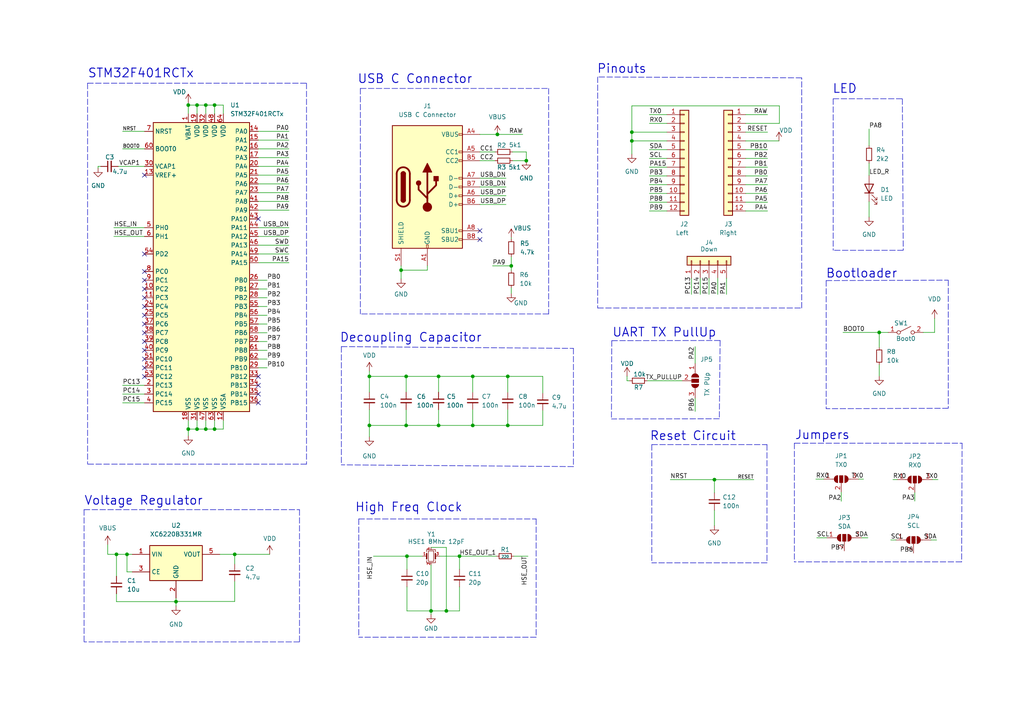
<source format=kicad_sch>
(kicad_sch (version 20211123) (generator eeschema)
  (paper "A4")
  (title_block (title "STeMCell") (date "2022-02-12") (rev "1.0.0"))
  (lib_symbols
    (symbol "Connector:USB_C_Receptacle_USB2.0" (pin_names (offset 1.016))
      (property "Reference" "J" (at -10.16 19.05 0))
      (property "Value" "USB_C_Receptacle_USB2.0" (at 19.05 19.05 0))
      (symbol "USB_C_Receptacle_USB2.0_0_0"
        (rectangle (start -0.254 -17.78) (end 0.254 -16.764))
        (rectangle (start 10.16 -14.986) (end 9.144 -15.494))
        (rectangle (start 10.16 -12.446) (end 9.144 -12.954))
        (rectangle (start 10.16 -4.826) (end 9.144 -5.334))
        (rectangle (start 10.16 -2.286) (end 9.144 -2.794))
        (rectangle (start 10.16 0.254) (end 9.144 -0.254))
        (rectangle (start 10.16 2.794) (end 9.144 2.286))
        (rectangle (start 10.16 7.874) (end 9.144 7.366))
        (rectangle (start 10.16 10.414) (end 9.144 9.906))
        (rectangle (start 10.16 15.494) (end 9.144 14.986))
      )
      (symbol "USB_C_Receptacle_USB2.0_0_1"
        (rectangle (start -10.16 17.78) (end 10.16 -17.78) (stroke (width 0.254)) (fill (type background)))
        (arc (start -8.89 -3.81) (mid -6.985 -5.715) (end -5.08 -3.81) (stroke (width 0.508)))
        (arc (start -7.62 -3.81) (mid -6.985 -4.445) (end -6.35 -3.81) (stroke (width 0.254)))
        (arc (start -7.62 -3.81) (mid -6.985 -4.445) (end -6.35 -3.81) (stroke (width 0.254)) (fill (type outline)))
        (rectangle (start -7.62 -3.81) (end -6.35 3.81) (stroke (width 0.254)) (fill (type outline)))
        (arc (start -6.35 3.81) (mid -6.985 4.445) (end -7.62 3.81) (stroke (width 0.254)))
        (arc (start -6.35 3.81) (mid -6.985 4.445) (end -7.62 3.81) (stroke (width 0.254)) (fill (type outline)))
        (arc (start -5.08 3.81) (mid -6.985 5.715) (end -8.89 3.81) (stroke (width 0.508)))
        (circle (center -2.54 1.143) (radius 0.635) (stroke (width 0.254)) (fill (type outline)))
        (circle (center 0 -5.842) (radius 1.27) (fill (type outline)))
        (polyline (pts (xy -8.89 -3.81) (xy -8.89 3.81)) (stroke (width 0.508)))
        (polyline (pts (xy -5.08 3.81) (xy -5.08 -3.81)) (stroke (width 0.508)))
        (polyline (pts (xy 0 -5.842) (xy 0 4.318)) (stroke (width 0.508)))
        (polyline (pts (xy 0 -3.302) (xy -2.54 -0.762) (xy -2.54 0.508)) (stroke (width 0.508)))
        (polyline (pts (xy 0 -2.032) (xy 2.54 0.508) (xy 2.54 1.778)) (stroke (width 0.508)))
        (polyline (pts (xy -1.27 4.318) (xy 0 6.858) (xy 1.27 4.318) (xy -1.27 4.318)) (stroke (width 0.254)) (fill (type outline)))
        (rectangle (start 1.905 1.778) (end 3.175 3.048) (stroke (width 0.254)) (fill (type outline)))
      )
      (symbol "USB_C_Receptacle_USB2.0_1_1"
        (pin passive line (at 0 -22.86 90) (length 5.08) (name "GND") (number "A1"))
        (pin passive line (at 0 -22.86 90) (length 5.08) hide (name "GND") (number "A12"))
        (pin passive line (at 15.24 15.24 180) (length 5.08) (name "VBUS") (number "A4"))
        (pin bidirectional line (at 15.24 10.16 180) (length 5.08) (name "CC1") (number "A5"))
        (pin bidirectional line (at 15.24 -2.54 180) (length 5.08) (name "D+") (number "A6"))
        (pin bidirectional line (at 15.24 2.54 180) (length 5.08) (name "D-") (number "A7"))
        (pin bidirectional line (at 15.24 -12.7 180) (length 5.08) (name "SBU1") (number "A8"))
        (pin passive line (at 15.24 15.24 180) (length 5.08) hide (name "VBUS") (number "A9"))
        (pin passive line (at 0 -22.86 90) (length 5.08) hide (name "GND") (number "B1"))
        (pin passive line (at 0 -22.86 90) (length 5.08) hide (name "GND") (number "B12"))
        (pin passive line (at 15.24 15.24 180) (length 5.08) hide (name "VBUS") (number "B4"))
        (pin bidirectional line (at 15.24 7.62 180) (length 5.08) (name "CC2") (number "B5"))
        (pin bidirectional line (at 15.24 -5.08 180) (length 5.08) (name "D+") (number "B6"))
        (pin bidirectional line (at 15.24 0 180) (length 5.08) (name "D-") (number "B7"))
        (pin bidirectional line (at 15.24 -15.24 180) (length 5.08) (name "SBU2") (number "B8"))
        (pin passive line (at 15.24 15.24 180) (length 5.08) hide (name "VBUS") (number "B9"))
        (pin passive line (at -7.62 -22.86 90) (length 5.08) (name "SHIELD") (number "S1"))
      )
    )
    (symbol "Connector_Generic:Conn_01x05" (pin_names (offset 1.016) hide)
      (property "Reference" "J" (at 0 7.62 0))
      (property "Value" "Conn_01x05" (at 0 -7.62 0))
      (symbol "Conn_01x05_1_1"
        (rectangle (start -1.27 -4.953) (end 0 -5.207) (stroke (width 0.1524)))
        (rectangle (start -1.27 -2.413) (end 0 -2.667) (stroke (width 0.1524)))
        (rectangle (start -1.27 0.127) (end 0 -0.127) (stroke (width 0.1524)))
        (rectangle (start -1.27 2.667) (end 0 2.413) (stroke (width 0.1524)))
        (rectangle (start -1.27 5.207) (end 0 4.953) (stroke (width 0.1524)))
        (rectangle (start -1.27 6.35) (end 1.27 -6.35) (stroke (width 0.254)) (fill (type background)))
        (pin passive line (at -5.08 5.08 0) (length 3.81) (name "Pin_1") (number "1"))
        (pin passive line (at -5.08 2.54 0) (length 3.81) (name "Pin_2") (number "2"))
        (pin passive line (at -5.08 0 0) (length 3.81) (name "Pin_3") (number "3"))
        (pin passive line (at -5.08 -2.54 0) (length 3.81) (name "Pin_4") (number "4"))
        (pin passive line (at -5.08 -5.08 0) (length 3.81) (name "Pin_5") (number "5"))
      )
    )
    (symbol "Connector_Generic:Conn_01x12" (pin_names (offset 1.016) hide)
      (property "Reference" "J" (at 0 15.24 0))
      (property "Value" "Conn_01x12" (at 0 -17.78 0))
      (symbol "Conn_01x12_1_1"
        (rectangle (start -1.27 -15.113) (end 0 -15.367) (stroke (width 0.1524)))
        (rectangle (start -1.27 -12.573) (end 0 -12.827) (stroke (width 0.1524)))
        (rectangle (start -1.27 -10.033) (end 0 -10.287) (stroke (width 0.1524)))
        (rectangle (start -1.27 -7.493) (end 0 -7.747) (stroke (width 0.1524)))
        (rectangle (start -1.27 -4.953) (end 0 -5.207) (stroke (width 0.1524)))
        (rectangle (start -1.27 -2.413) (end 0 -2.667) (stroke (width 0.1524)))
        (rectangle (start -1.27 0.127) (end 0 -0.127) (stroke (width 0.1524)))
        (rectangle (start -1.27 2.667) (end 0 2.413) (stroke (width 0.1524)))
        (rectangle (start -1.27 5.207) (end 0 4.953) (stroke (width 0.1524)))
        (rectangle (start -1.27 7.747) (end 0 7.493) (stroke (width 0.1524)))
        (rectangle (start -1.27 10.287) (end 0 10.033) (stroke (width 0.1524)))
        (rectangle (start -1.27 12.827) (end 0 12.573) (stroke (width 0.1524)))
        (rectangle (start -1.27 13.97) (end 1.27 -16.51) (stroke (width 0.254)) (fill (type background)))
        (pin passive line (at -5.08 12.7 0) (length 3.81) (name "Pin_1") (number "1"))
        (pin passive line (at -5.08 -10.16 0) (length 3.81) (name "Pin_10") (number "10"))
        (pin passive line (at -5.08 -12.7 0) (length 3.81) (name "Pin_11") (number "11"))
        (pin passive line (at -5.08 -15.24 0) (length 3.81) (name "Pin_12") (number "12"))
        (pin passive line (at -5.08 10.16 0) (length 3.81) (name "Pin_2") (number "2"))
        (pin passive line (at -5.08 7.62 0) (length 3.81) (name "Pin_3") (number "3"))
        (pin passive line (at -5.08 5.08 0) (length 3.81) (name "Pin_4") (number "4"))
        (pin passive line (at -5.08 2.54 0) (length 3.81) (name "Pin_5") (number "5"))
        (pin passive line (at -5.08 0 0) (length 3.81) (name "Pin_6") (number "6"))
        (pin passive line (at -5.08 -2.54 0) (length 3.81) (name "Pin_7") (number "7"))
        (pin passive line (at -5.08 -5.08 0) (length 3.81) (name "Pin_8") (number "8"))
        (pin passive line (at -5.08 -7.62 0) (length 3.81) (name "Pin_9") (number "9"))
      )
    )
    (symbol "Device:C_Small" (pin_numbers hide) (pin_names (offset 0.254) hide)
      (property "Reference" "C" (at 0.254 1.778 0))
      (property "Value" "C_Small" (at 0.254 -2.032 0))
      (symbol "C_Small_0_1"
        (polyline (pts (xy -1.524 -0.508) (xy 1.524 -0.508)) (stroke (width 0.3302)))
        (polyline (pts (xy -1.524 0.508) (xy 1.524 0.508)) (stroke (width 0.3048)))
      )
      (symbol "C_Small_1_1"
        (pin passive line (at 0 2.54 270) (length 2.032) (name "~") (number "1"))
        (pin passive line (at 0 -2.54 90) (length 2.032) (name "~") (number "2"))
      )
    )
    (symbol "Device:Crystal_GND24_Small" (pin_names (offset 1.016) hide)
      (property "Reference" "Y" (at 1.27 4.445 0))
      (property "Value" "Crystal_GND24_Small" (at 1.27 2.54 0))
      (symbol "Crystal_GND24_Small_0_1"
        (rectangle (start -0.762 -1.524) (end 0.762 1.524))
        (polyline (pts (xy -1.27 -0.762) (xy -1.27 0.762)) (stroke (width 0.381)))
        (polyline (pts (xy 1.27 -0.762) (xy 1.27 0.762)) (stroke (width 0.381)))
        (polyline (pts (xy -1.27 -1.27) (xy -1.27 -1.905) (xy 1.27 -1.905) (xy 1.27 -1.27)))
        (polyline (pts (xy -1.27 1.27) (xy -1.27 1.905) (xy 1.27 1.905) (xy 1.27 1.27)))
      )
      (symbol "Crystal_GND24_Small_1_1"
        (pin passive line (at -2.54 0 0) (length 1.27) (name "1") (number "1"))
        (pin passive line (at 0 -2.54 90) (length 0.635) (name "2") (number "2"))
        (pin passive line (at 2.54 0 180) (length 1.27) (name "3") (number "3"))
        (pin passive line (at 0 2.54 270) (length 0.635) (name "4") (number "4"))
      )
    )
    (symbol "Device:LED" (pin_numbers hide) (pin_names (offset 1.016) hide)
      (property "Reference" "D" (at 0 2.54 0))
      (property "Value" "LED" (at 0 -2.54 0))
      (symbol "LED_0_1"
        (polyline (pts (xy -1.27 -1.27) (xy -1.27 1.27)) (stroke (width 0.254)))
        (polyline (pts (xy -1.27 0) (xy 1.27 0)))
        (polyline (pts (xy 1.27 -1.27) (xy 1.27 1.27) (xy -1.27 0) (xy 1.27 -1.27)) (stroke (width 0.254)))
        (polyline (pts (xy -3.048 -0.762) (xy -4.572 -2.286) (xy -3.81 -2.286) (xy -4.572 -2.286) (xy -4.572 -1.524)))
        (polyline (pts (xy -1.778 -0.762) (xy -3.302 -2.286) (xy -2.54 -2.286) (xy -3.302 -2.286) (xy -3.302 -1.524)))
      )
      (symbol "LED_1_1"
        (pin passive line (at -3.81 0 0) (length 2.54) (name "K") (number "1"))
        (pin passive line (at 3.81 0 180) (length 2.54) (name "A") (number "2"))
      )
    )
    (symbol "Device:R_Small" (pin_numbers hide) (pin_names (offset 0.254) hide)
      (property "Reference" "R" (at 0.762 0.508 0))
      (property "Value" "R_Small" (at 0.762 -1.016 0))
      (symbol "R_Small_0_1"
        (rectangle (start -0.762 1.778) (end 0.762 -1.778) (stroke (width 0.2032)))
      )
      (symbol "R_Small_1_1"
        (pin passive line (at 0 2.54 270) (length 0.762) (name "~") (number "1"))
        (pin passive line (at 0 -2.54 90) (length 0.762) (name "~") (number "2"))
      )
    )
    (symbol "Jumper:SolderJumper_3_Open" (pin_names (offset 0) hide)
      (property "Reference" "JP" (at -2.54 -2.54 0))
      (property "Value" "SolderJumper_3_Open" (at 0 2.794 0))
      (symbol "SolderJumper_3_Open_0_1"
        (arc (start -1.016 1.016) (mid -2.032 0) (end -1.016 -1.016))
        (arc (start -1.016 1.016) (mid -2.032 0) (end -1.016 -1.016) (fill (type outline)))
        (rectangle (start -0.508 1.016) (end 0.508 -1.016) (fill (type outline)))
        (polyline (pts (xy -2.54 0) (xy -2.032 0)))
        (polyline (pts (xy -1.016 1.016) (xy -1.016 -1.016)))
        (polyline (pts (xy 0 -1.27) (xy 0 -1.016)))
        (polyline (pts (xy 1.016 1.016) (xy 1.016 -1.016)))
        (polyline (pts (xy 2.54 0) (xy 2.032 0)))
        (arc (start 1.016 -1.016) (mid 2.032 0) (end 1.016 1.016))
        (arc (start 1.016 -1.016) (mid 2.032 0) (end 1.016 1.016) (fill (type outline)))
      )
      (symbol "SolderJumper_3_Open_1_1"
        (pin passive line (at -5.08 0 0) (length 2.54) (name "A") (number "1"))
        (pin input line (at 0 -3.81 90) (length 2.54) (name "C") (number "2"))
        (pin passive line (at 5.08 0 180) (length 2.54) (name "B") (number "3"))
      )
    )
    (symbol "MCU_ST_STM32F4:STM32F401RCTx"
      (property "Reference" "U" (at -15.24 41.91 0))
      (property "Value" "STM32F401RCTx" (at 7.62 41.91 0))
      (symbol "STM32F401RCTx_0_1"
        (rectangle (start -15.24 -43.18) (end 12.7 40.64) (stroke (width 0.254)) (fill (type background)))
      )
      (symbol "STM32F401RCTx_1_1"
        (pin power_in line (at -5.08 43.18 270) (length 2.54) (name "VBAT") (number "1"))
        (pin bidirectional line (at -17.78 -7.62 0) (length 2.54) (name "PC2") (number "10"))
        (pin bidirectional line (at -17.78 -10.16 0) (length 2.54) (name "PC3") (number "11"))
        (pin power_in line (at 5.08 -45.72 90) (length 2.54) (name "VSSA") (number "12"))
        (pin power_in line (at -17.78 25.4 0) (length 2.54) (name "VREF+") (number "13"))
        (pin bidirectional line (at 15.24 38.1 180) (length 2.54) (name "PA0") (number "14"))
        (pin bidirectional line (at 15.24 35.56 180) (length 2.54) (name "PA1") (number "15"))
        (pin bidirectional line (at 15.24 33.02 180) (length 2.54) (name "PA2") (number "16"))
        (pin bidirectional line (at 15.24 30.48 180) (length 2.54) (name "PA3") (number "17"))
        (pin power_in line (at -5.08 -45.72 90) (length 2.54) (name "VSS") (number "18"))
        (pin power_in line (at -2.54 43.18 270) (length 2.54) (name "VDD") (number "19"))
        (pin bidirectional line (at -17.78 -35.56 0) (length 2.54) (name "PC13") (number "2"))
        (pin bidirectional line (at 15.24 27.94 180) (length 2.54) (name "PA4") (number "20"))
        (pin bidirectional line (at 15.24 25.4 180) (length 2.54) (name "PA5") (number "21"))
        (pin bidirectional line (at 15.24 22.86 180) (length 2.54) (name "PA6") (number "22"))
        (pin bidirectional line (at 15.24 20.32 180) (length 2.54) (name "PA7") (number "23"))
        (pin bidirectional line (at -17.78 -12.7 0) (length 2.54) (name "PC4") (number "24"))
        (pin bidirectional line (at -17.78 -15.24 0) (length 2.54) (name "PC5") (number "25"))
        (pin bidirectional line (at 15.24 -5.08 180) (length 2.54) (name "PB0") (number "26"))
        (pin bidirectional line (at 15.24 -7.62 180) (length 2.54) (name "PB1") (number "27"))
        (pin bidirectional line (at 15.24 -10.16 180) (length 2.54) (name "PB2") (number "28"))
        (pin bidirectional line (at 15.24 -30.48 180) (length 2.54) (name "PB10") (number "29"))
        (pin bidirectional line (at -17.78 -38.1 0) (length 2.54) (name "PC14") (number "3"))
        (pin power_in line (at -17.78 27.94 0) (length 2.54) (name "VCAP1") (number "30"))
        (pin power_in line (at -2.54 -45.72 90) (length 2.54) (name "VSS") (number "31"))
        (pin power_in line (at 0 43.18 270) (length 2.54) (name "VDD") (number "32"))
        (pin bidirectional line (at 15.24 -33.02 180) (length 2.54) (name "PB12") (number "33"))
        (pin bidirectional line (at 15.24 -35.56 180) (length 2.54) (name "PB13") (number "34"))
        (pin bidirectional line (at 15.24 -38.1 180) (length 2.54) (name "PB14") (number "35"))
        (pin bidirectional line (at 15.24 -40.64 180) (length 2.54) (name "PB15") (number "36"))
        (pin bidirectional line (at -17.78 -17.78 0) (length 2.54) (name "PC6") (number "37"))
        (pin bidirectional line (at -17.78 -20.32 0) (length 2.54) (name "PC7") (number "38"))
        (pin bidirectional line (at -17.78 -22.86 0) (length 2.54) (name "PC8") (number "39"))
        (pin bidirectional line (at -17.78 -40.64 0) (length 2.54) (name "PC15") (number "4"))
        (pin bidirectional line (at -17.78 -25.4 0) (length 2.54) (name "PC9") (number "40"))
        (pin bidirectional line (at 15.24 17.78 180) (length 2.54) (name "PA8") (number "41"))
        (pin bidirectional line (at 15.24 15.24 180) (length 2.54) (name "PA9") (number "42"))
        (pin bidirectional line (at 15.24 12.7 180) (length 2.54) (name "PA10") (number "43"))
        (pin bidirectional line (at 15.24 10.16 180) (length 2.54) (name "PA11") (number "44"))
        (pin bidirectional line (at 15.24 7.62 180) (length 2.54) (name "PA12") (number "45"))
        (pin bidirectional line (at 15.24 5.08 180) (length 2.54) (name "PA13") (number "46"))
        (pin power_in line (at 0 -45.72 90) (length 2.54) (name "VSS") (number "47"))
        (pin power_in line (at 2.54 43.18 270) (length 2.54) (name "VDD") (number "48"))
        (pin bidirectional line (at 15.24 2.54 180) (length 2.54) (name "PA14") (number "49"))
        (pin input line (at -17.78 10.16 0) (length 2.54) (name "PH0") (number "5"))
        (pin bidirectional line (at 15.24 0 180) (length 2.54) (name "PA15") (number "50"))
        (pin bidirectional line (at -17.78 -27.94 0) (length 2.54) (name "PC10") (number "51"))
        (pin bidirectional line (at -17.78 -30.48 0) (length 2.54) (name "PC11") (number "52"))
        (pin bidirectional line (at -17.78 -33.02 0) (length 2.54) (name "PC12") (number "53"))
        (pin bidirectional line (at -17.78 2.54 0) (length 2.54) (name "PD2") (number "54"))
        (pin bidirectional line (at 15.24 -12.7 180) (length 2.54) (name "PB3") (number "55"))
        (pin bidirectional line (at 15.24 -15.24 180) (length 2.54) (name "PB4") (number "56"))
        (pin bidirectional line (at 15.24 -17.78 180) (length 2.54) (name "PB5") (number "57"))
        (pin bidirectional line (at 15.24 -20.32 180) (length 2.54) (name "PB6") (number "58"))
        (pin bidirectional line (at 15.24 -22.86 180) (length 2.54) (name "PB7") (number "59"))
        (pin input line (at -17.78 7.62 0) (length 2.54) (name "PH1") (number "6"))
        (pin input line (at -17.78 33.02 0) (length 2.54) (name "BOOT0") (number "60"))
        (pin bidirectional line (at 15.24 -25.4 180) (length 2.54) (name "PB8") (number "61"))
        (pin bidirectional line (at 15.24 -27.94 180) (length 2.54) (name "PB9") (number "62"))
        (pin power_in line (at 2.54 -45.72 90) (length 2.54) (name "VSS") (number "63"))
        (pin power_in line (at 5.08 43.18 270) (length 2.54) (name "VDD") (number "64"))
        (pin input line (at -17.78 38.1 0) (length 2.54) (name "NRST") (number "7"))
        (pin bidirectional line (at -17.78 -2.54 0) (length 2.54) (name "PC0") (number "8"))
        (pin bidirectional line (at -17.78 -5.08 0) (length 2.54) (name "PC1") (number "9"))
      )
    )
    (symbol "Regulator_Linear:XC6220B331MR"
      (property "Reference" "U" (at 0 8.89 0))
      (property "Value" "XC6220B331MR" (at 0 6.35 0))
      (symbol "XC6220B331MR_0_1"
        (rectangle (start -7.62 5.08) (end 7.62 -5.08) (stroke (width 0.254)) (fill (type background)))
      )
      (symbol "XC6220B331MR_1_1"
        (pin power_in line (at -12.7 2.54 0) (length 5.08) (name "VIN") (number "1"))
        (pin power_in line (at 0 -10.16 90) (length 5.08) (name "GND") (number "2"))
        (pin input line (at -12.7 -2.54 0) (length 5.08) (name "CE") (number "3"))
        (pin no_connect line (at 12.7 -2.54 180) (length 5.08) hide (name "NC") (number "4"))
        (pin power_out line (at 12.7 2.54 180) (length 5.08) (name "VOUT") (number "5"))
      )
    )
    (symbol "Switch:SW_SPST" (pin_names (offset 0) hide)
      (property "Reference" "SW" (at 0 3.175 0))
      (property "Value" "SW_SPST" (at 0 -2.54 0))
      (symbol "SW_SPST_0_0"
        (circle (center -2.032 0) (radius 0.508))
        (polyline (pts (xy -1.524 0.254) (xy 1.524 1.778)))
        (circle (center 2.032 0) (radius 0.508))
      )
      (symbol "SW_SPST_1_1"
        (pin passive line (at -5.08 0 0) (length 2.54) (name "A") (number "1"))
        (pin passive line (at 5.08 0 180) (length 2.54) (name "B") (number "2"))
      )
    )
    (symbol "power:GND" (power) (pin_names (offset 0))
      (property "Value" "GND" (at 0 -3.81 0))
      (symbol "GND_0_1"
        (polyline (pts (xy 0 0) (xy 0 -1.27) (xy 1.27 -1.27) (xy 0 -2.54) (xy -1.27 -1.27) (xy 0 -1.27)))
      )
      (symbol "GND_1_1"
        (pin power_in line (at 0 0 270) (length 0) hide (name "GND") (number "1"))
      )
    )
    (symbol "power:VBUS" (power) (pin_names (offset 0))
      (property "Value" "VBUS" (at 0 3.81 0))
      (symbol "VBUS_0_1"
        (polyline (pts (xy -0.762 1.27) (xy 0 2.54)))
        (polyline (pts (xy 0 0) (xy 0 2.54)))
        (polyline (pts (xy 0 2.54) (xy 0.762 1.27)))
      )
      (symbol "VBUS_1_1"
        (pin power_in line (at 0 0 90) (length 0) hide (name "VBUS") (number "1"))
      )
    )
    (symbol "power:VDD" (power) (pin_names (offset 0))
      (property "Value" "VDD" (at 0 3.81 0))
      (symbol "VDD_0_1"
        (polyline (pts (xy -0.762 1.27) (xy 0 2.54)))
        (polyline (pts (xy 0 0) (xy 0 2.54)))
        (polyline (pts (xy 0 2.54) (xy 0.762 1.27)))
      )
      (symbol "VDD_1_1"
        (pin power_in line (at 0 0 90) (length 0) hide (name "VDD") (number "1"))
      )
    )
  )
  (junction (at 68.072 160.782))
  (junction (at 127.2032 123.3932))
  (junction (at 125.0188 177.1904))
  (junction (at 54.61 30.48))
  (junction (at 255.016 96.4184))
  (junction (at 62.23 30.48))
  (junction (at 148.2852 77.1144))
  (junction (at 116.332 78.359))
  (junction (at 129.4638 177.1904))
  (junction (at 59.69 30.48))
  (junction (at 137.1092 123.3932))
  (junction (at 117.8052 109.1692))
  (junction (at 137.1092 109.1692))
  (junction (at 144.272 38.989))
  (junction (at 117.8052 123.3932))
  (junction (at 54.61 124.46))
  (junction (at 51.054 174.498))
  (junction (at 183.261 40.8686))
  (junction (at 207.2132 139.1158))
  (junction (at 152.654 46.609))
  (junction (at 107.1372 123.3932))
  (junction (at 183.261 38.3286))
  (junction (at 59.69 124.46))
  (junction (at 57.15 30.48))
  (junction (at 133.2738 161.3154))
  (junction (at 147.2692 123.3932))
  (junction (at 62.23 124.46))
  (junction (at 57.15 124.46))
  (junction (at 147.2692 109.1692))
  (junction (at 36.83 160.782))
  (junction (at 118.0338 161.3154))
  (junction (at 33.782 160.782))
  (junction (at 107.1372 109.1692))
  (junction (at 127.2032 109.1692))
  (no_connect (at 74.93 63.5))
  (no_connect (at 41.91 86.36))
  (no_connect (at 41.91 88.9))
  (no_connect (at 41.91 91.44))
  (no_connect (at 41.91 73.66))
  (no_connect (at 41.91 83.82))
  (no_connect (at 41.91 81.28))
  (no_connect (at 41.91 78.74))
  (no_connect (at 139.192 66.929))
  (no_connect (at 139.192 69.469))
  (no_connect (at 41.91 50.8))
  (no_connect (at 74.93 109.22))
  (no_connect (at 74.93 116.84))
  (no_connect (at 74.93 111.76))
  (no_connect (at 74.93 114.3))
  (no_connect (at 41.91 109.22))
  (no_connect (at 41.91 96.52))
  (no_connect (at 41.91 93.98))
  (no_connect (at 41.91 99.06))
  (no_connect (at 41.91 104.14))
  (no_connect (at 41.91 101.6))
  (no_connect (at 41.91 106.68))
  (wire (pts (xy 226.06 30.7086) (xy 183.261 30.7086)))
  (polyline (pts (xy 155.4988 184.8104) (xy 104.0638 184.8104)))
  (wire (pts (xy 236.6264 138.9634) (xy 238.9124 138.9634)))
  (wire (pts (xy 252.0696 47.3202) (xy 252.0696 50.8762)))
  (wire (pts (xy 250.4694 138.9634) (xy 249.0724 138.9634)))
  (wire (pts (xy 74.93 96.52) (xy 77.47 96.52)))
  (wire (pts (xy 64.77 30.48) (xy 64.77 33.02)))
  (wire (pts (xy 137.1092 118.8212) (xy 137.1092 123.3932)))
  (polyline (pts (xy 88.9 24.13) (xy 88.9 134.62)))
  (wire (pts (xy 74.93 60.96) (xy 83.82 60.96)))
  (wire (pts (xy 183.261 40.8686) (xy 193.421 40.8686)))
  (wire (pts (xy 216.281 40.8686) (xy 225.933 40.8686)))
  (wire (pts (xy 271.6784 156.6164) (xy 270.0274 156.6164)))
  (wire (pts (xy 74.93 66.04) (xy 83.82 66.04)))
  (wire (pts (xy 117.8052 109.1692) (xy 127.2032 109.1692)))
  (wire (pts (xy 116.332 77.089) (xy 116.332 78.359)))
  (wire (pts (xy 33.782 160.782) (xy 36.83 160.782)))
  (wire (pts (xy 181.864 110.4392) (xy 182.626 110.4392)))
  (wire (pts (xy 68.072 160.782) (xy 68.072 163.576)))
  (wire (pts (xy 157.4292 119.0752) (xy 157.4292 123.3932)))
  (polyline (pts (xy 88.9 134.62) (xy 25.4 134.62)))
  (wire (pts (xy 74.93 99.06) (xy 77.47 99.06)))
  (wire (pts (xy 35.56 116.84) (xy 41.91 116.84)))
  (wire (pts (xy 216.281 35.7886) (xy 226.06 35.7886)))
  (wire (pts (xy 147.2692 118.8212) (xy 147.2692 123.3932)))
  (wire (pts (xy 137.1092 123.3932) (xy 127.2032 123.3932)))
  (wire (pts (xy 216.281 45.9486) (xy 222.631 45.9486)))
  (wire (pts (xy 188.341 33.2486) (xy 193.421 33.2486)))
  (polyline (pts (xy 189.0522 128.9558) (xy 189.0522 163.2458)))
  (wire (pts (xy 74.93 104.14) (xy 77.47 104.14)))
  (wire (pts (xy 255.016 105.8164) (xy 255.016 109.0676)))
  (wire (pts (xy 74.93 43.18) (xy 83.82 43.18)))
  (wire (pts (xy 149.0726 161.3154) (xy 153.1366 161.3154)))
  (wire (pts (xy 127.5588 161.3154) (xy 133.2738 161.3154)))
  (wire (pts (xy 143.5862 44.069) (xy 139.192 44.069)))
  (wire (pts (xy 59.69 30.48) (xy 59.69 33.02)))
  (polyline (pts (xy 261.7216 28.6512) (xy 261.9756 72.5932)))
  (polyline (pts (xy 166.3192 101.0412) (xy 166.3192 135.3312)))
  (wire (pts (xy 183.261 38.3286) (xy 183.261 40.8686)))
  (wire (pts (xy 57.15 30.48) (xy 57.15 33.02)))
  (wire (pts (xy 74.93 68.58) (xy 83.82 68.58)))
  (wire (pts (xy 74.93 86.36) (xy 77.47 86.36)))
  (polyline (pts (xy 104.521 25.654) (xy 159.131 25.654)))
  (wire (pts (xy 216.281 43.4086) (xy 222.631 43.4086)))
  (wire (pts (xy 148.2852 68.9356) (xy 148.2852 69.342)))
  (wire (pts (xy 74.93 76.2) (xy 83.82 76.2)))
  (wire (pts (xy 118.0338 170.2054) (xy 118.0338 177.1904)))
  (polyline (pts (xy 239.6236 81.3816) (xy 239.6236 118.5418)))
  (wire (pts (xy 139.192 38.989) (xy 144.272 38.989)))
  (wire (pts (xy 57.15 124.46) (xy 59.69 124.46)))
  (wire (pts (xy 152.654 44.069) (xy 152.654 46.609)))
  (wire (pts (xy 74.93 88.9) (xy 77.47 88.9)))
  (wire (pts (xy 129.4638 158.7754) (xy 129.4638 177.1904)))
  (polyline (pts (xy 177.4444 98.806) (xy 208.8642 98.7552)))
  (wire (pts (xy 183.261 38.3286) (xy 193.421 38.3286)))
  (wire (pts (xy 62.23 30.48) (xy 64.77 30.48)))
  (polyline (pts (xy 278.9174 162.9664) (xy 230.4034 162.9664)))
  (wire (pts (xy 62.23 124.46) (xy 64.77 124.46)))
  (wire (pts (xy 74.93 73.66) (xy 83.82 73.66)))
  (wire (pts (xy 118.0338 161.3154) (xy 122.4788 161.3154)))
  (wire (pts (xy 183.261 40.8686) (xy 183.261 44.6786)))
  (polyline (pts (xy 24.384 147.828) (xy 24.384 186.182)))
  (wire (pts (xy 54.61 30.48) (xy 57.15 30.48)))
  (wire (pts (xy 187.706 110.4392) (xy 197.8152 110.4392)))
  (wire (pts (xy 54.61 124.46) (xy 57.15 124.46)))
  (wire (pts (xy 68.072 168.656) (xy 68.072 174.4472)))
  (wire (pts (xy 148.6662 44.069) (xy 152.654 44.069)))
  (wire (pts (xy 107.1372 118.8212) (xy 107.1372 123.3932)))
  (wire (pts (xy 216.281 61.1886) (xy 222.631 61.1886)))
  (wire (pts (xy 205.6384 80.6958) (xy 205.6384 85.3948)))
  (wire (pts (xy 123.952 77.089) (xy 123.952 78.359)))
  (wire (pts (xy 35.56 38.1) (xy 41.91 38.1)))
  (wire (pts (xy 74.93 101.6) (xy 77.47 101.6)))
  (wire (pts (xy 51.308 174.4472) (xy 51.054 174.498)))
  (polyline (pts (xy 159.131 91.059) (xy 104.521 91.059)))
  (wire (pts (xy 59.69 30.48) (xy 62.23 30.48)))
  (wire (pts (xy 54.61 29.845) (xy 54.61 30.48)))
  (wire (pts (xy 118.0338 165.1254) (xy 118.0338 161.3154)))
  (wire (pts (xy 74.93 58.42) (xy 83.82 58.42)))
  (wire (pts (xy 107.1372 123.3932) (xy 107.1372 126.6952)))
  (wire (pts (xy 127.2032 109.1692) (xy 137.1092 109.1692)))
  (wire (pts (xy 216.281 48.4886) (xy 222.631 48.4886)))
  (polyline (pts (xy 25.4 24.13) (xy 88.9 24.13)))
  (wire (pts (xy 118.0338 177.1904) (xy 125.0188 177.1904)))
  (wire (pts (xy 129.4638 177.1904) (xy 133.2738 177.1904)))
  (wire (pts (xy 148.2852 74.422) (xy 148.2852 77.1144)))
  (wire (pts (xy 31.242 157.988) (xy 31.242 160.782)))
  (polyline (pts (xy 177.4444 98.806) (xy 177.3428 121.5136)))
  (polyline (pts (xy 222.4532 128.9558) (xy 222.4532 163.2458)))
  (wire (pts (xy 137.1092 113.7412) (xy 137.1092 109.1692)))
  (wire (pts (xy 203.0984 80.6958) (xy 203.0984 85.3948)))
  (wire (pts (xy 148.6662 46.609) (xy 152.654 46.609)))
  (wire (pts (xy 74.93 50.8) (xy 83.82 50.8)))
  (wire (pts (xy 33.02 68.58) (xy 41.91 68.58)))
  (wire (pts (xy 267.7668 96.4184) (xy 271.0688 96.4184)))
  (wire (pts (xy 139.192 51.689) (xy 146.7612 51.689)))
  (wire (pts (xy 139.192 56.769) (xy 146.7612 56.769)))
  (wire (pts (xy 142.8496 77.1144) (xy 148.2852 77.1144)))
  (wire (pts (xy 34.29 48.26) (xy 41.91 48.26)))
  (wire (pts (xy 36.83 160.782) (xy 38.354 160.782)))
  (wire (pts (xy 201.6252 100.5332) (xy 201.6252 105.3592)))
  (wire (pts (xy 208.1784 80.6958) (xy 208.1784 85.3948)))
  (wire (pts (xy 188.341 45.9486) (xy 193.421 45.9486)))
  (polyline (pts (xy 173.355 22.3266) (xy 173.355 89.3318)))
  (wire (pts (xy 244.5004 96.4184) (xy 255.016 96.4184)))
  (wire (pts (xy 33.02 66.04) (xy 41.91 66.04)))
  (polyline (pts (xy 239.6236 81.3816) (xy 275.0312 81.2546)))
  (wire (pts (xy 207.2132 139.1158) (xy 207.2132 142.9258)))
  (wire (pts (xy 183.261 30.7086) (xy 183.261 38.3286)))
  (polyline (pts (xy 230.4034 128.5494) (xy 230.4034 162.9664)))
  (wire (pts (xy 36.83 165.862) (xy 36.83 160.782)))
  (wire (pts (xy 216.281 53.5686) (xy 222.631 53.5686)))
  (wire (pts (xy 147.2692 123.3932) (xy 137.1092 123.3932)))
  (wire (pts (xy 28.448 48.768) (xy 28.448 48.26)))
  (wire (pts (xy 188.341 43.4086) (xy 193.421 43.4086)))
  (wire (pts (xy 54.61 121.92) (xy 54.61 124.46)))
  (wire (pts (xy 139.192 59.309) (xy 146.7612 59.309)))
  (wire (pts (xy 63.754 160.782) (xy 68.072 160.782)))
  (wire (pts (xy 216.281 33.2486) (xy 222.631 33.2486)))
  (wire (pts (xy 255.016 96.4184) (xy 255.016 100.7364)))
  (wire (pts (xy 74.93 45.72) (xy 83.82 45.72)))
  (wire (pts (xy 133.2738 161.3154) (xy 133.2738 165.1254)))
  (wire (pts (xy 181.864 109.1184) (xy 181.864 110.4392)))
  (polyline (pts (xy 99.0092 100.5332) (xy 99.0092 134.8232)))
  (wire (pts (xy 133.2738 161.3154) (xy 143.9926 161.3154)))
  (wire (pts (xy 117.8052 123.3932) (xy 127.2032 123.3932)))
  (wire (pts (xy 188.341 51.0286) (xy 193.421 51.0286)))
  (wire (pts (xy 216.281 38.3286) (xy 222.631 38.3286)))
  (wire (pts (xy 125.0188 177.1904) (xy 129.4638 177.1904)))
  (wire (pts (xy 216.281 58.6486) (xy 222.631 58.6486)))
  (wire (pts (xy 125.0188 158.7754) (xy 129.4638 158.7754)))
  (wire (pts (xy 74.93 40.64) (xy 83.82 40.64)))
  (polyline (pts (xy 279.0444 128.5494) (xy 278.9174 162.9664)))
  (wire (pts (xy 148.2852 85.09) (xy 148.2852 83.5152)))
  (wire (pts (xy 216.281 56.1086) (xy 222.631 56.1086)))
  (polyline (pts (xy 232.537 89.3318) (xy 232.537 22.5806)))
  (wire (pts (xy 125.0188 178.2064) (xy 125.0188 177.1904)))
  (wire (pts (xy 258.3434 156.6164) (xy 259.8674 156.6164)))
  (polyline (pts (xy 261.9756 72.5932) (xy 241.6556 72.5932)))
  (wire (pts (xy 188.341 48.4886) (xy 193.421 48.4886)))
  (wire (pts (xy 59.69 124.46) (xy 62.23 124.46)))
  (polyline (pts (xy 99.0092 100.5332) (xy 166.3192 101.0412)))
  (wire (pts (xy 107.1372 109.1692) (xy 107.1372 113.7412)))
  (wire (pts (xy 74.93 71.12) (xy 83.82 71.12)))
  (wire (pts (xy 188.341 56.1086) (xy 193.421 56.1086)))
  (wire (pts (xy 127.2032 113.7412) (xy 127.2032 109.1692)))
  (wire (pts (xy 68.072 160.782) (xy 78.232 160.782)))
  (wire (pts (xy 201.6252 115.5192) (xy 201.6252 119.3292)))
  (wire (pts (xy 59.69 121.92) (xy 59.69 124.46)))
  (wire (pts (xy 62.23 121.92) (xy 62.23 124.46)))
  (polyline (pts (xy 241.6556 28.6512) (xy 261.7216 28.6512)))
  (wire (pts (xy 54.61 30.48) (xy 54.61 33.02)))
  (polyline (pts (xy 241.6556 28.6512) (xy 241.6556 72.5932)))
  (wire (pts (xy 62.23 30.48) (xy 62.23 33.02)))
  (wire (pts (xy 74.93 81.28) (xy 77.47 81.28)))
  (wire (pts (xy 255.016 96.4184) (xy 257.6068 96.4184)))
  (wire (pts (xy 57.15 30.48) (xy 59.69 30.48)))
  (polyline (pts (xy 86.868 147.828) (xy 86.868 186.182)))
  (wire (pts (xy 265.3284 145.3388) (xy 265.3284 142.9004)))
  (wire (pts (xy 207.2132 139.1158) (xy 218.6432 139.1158)))
  (wire (pts (xy 74.93 48.26) (xy 83.82 48.26)))
  (wire (pts (xy 68.072 174.4472) (xy 51.308 174.4472)))
  (wire (pts (xy 74.93 53.34) (xy 83.82 53.34)))
  (wire (pts (xy 35.56 114.3) (xy 41.91 114.3)))
  (wire (pts (xy 251.7394 155.9814) (xy 249.9614 155.9814)))
  (wire (pts (xy 236.8804 155.9814) (xy 239.8014 155.9814)))
  (wire (pts (xy 271.0688 92.3798) (xy 271.0688 96.4184)))
  (wire (pts (xy 74.93 38.1) (xy 83.82 38.1)))
  (polyline (pts (xy 208.6356 121.4628) (xy 177.3428 121.5136)))
  (wire (pts (xy 127.2032 118.8212) (xy 127.2032 123.3932)))
  (wire (pts (xy 207.2132 148.0058) (xy 207.2132 152.4508)))
  (wire (pts (xy 144.272 38.989) (xy 151.638 38.989)))
  (polyline (pts (xy 155.4988 150.5204) (xy 155.4988 184.8104)))
  (wire (pts (xy 216.281 51.0286) (xy 222.631 51.0286)))
  (polyline (pts (xy 104.0638 150.5204) (xy 104.0638 184.8104)))
  (wire (pts (xy 143.5862 46.609) (xy 139.192 46.609)))
  (wire (pts (xy 35.56 43.18) (xy 41.91 43.18)))
  (polyline (pts (xy 166.3192 135.3312) (xy 99.0092 134.8232)))
  (wire (pts (xy 157.4292 109.1692) (xy 147.2692 109.1692)))
  (wire (pts (xy 117.8052 109.1692) (xy 107.1372 109.1692)))
  (polyline (pts (xy 189.0522 128.9558) (xy 222.4532 128.9558)))
  (polyline (pts (xy 159.131 25.654) (xy 159.131 91.059)))
  (polyline (pts (xy 275.0312 81.2546) (xy 275.0312 118.4148)))
  (wire (pts (xy 117.8052 113.7412) (xy 117.8052 109.1692)))
  (wire (pts (xy 258.9784 139.0904) (xy 260.2484 139.0904)))
  (wire (pts (xy 188.341 35.7886) (xy 193.421 35.7886)))
  (polyline (pts (xy 86.868 186.182) (xy 24.384 186.182)))
  (wire (pts (xy 38.354 165.862) (xy 36.83 165.862)))
  (wire (pts (xy 188.341 61.1886) (xy 193.421 61.1886)))
  (polyline (pts (xy 208.8642 98.7552) (xy 208.6356 121.4628)))
  (wire (pts (xy 188.341 53.5686) (xy 193.421 53.5686)))
  (polyline (pts (xy 232.537 22.5806) (xy 173.355 22.3266)))
  (polyline (pts (xy 104.0638 150.5204) (xy 155.4988 150.5204)))
  (wire (pts (xy 148.2852 77.1144) (xy 148.2852 78.4352)))
  (polyline (pts (xy 230.4034 128.5494) (xy 279.0444 128.5494)))
  (wire (pts (xy 210.7184 80.6958) (xy 210.7184 85.3948)))
  (wire (pts (xy 200.5584 80.6958) (xy 200.5584 85.3948)))
  (wire (pts (xy 252.0696 58.4962) (xy 252.0696 62.9412)))
  (wire (pts (xy 64.77 121.92) (xy 64.77 124.46)))
  (wire (pts (xy 272.0594 139.0904) (xy 270.4084 139.0904)))
  (wire (pts (xy 147.2692 109.1692) (xy 147.2692 113.7412)))
  (polyline (pts (xy 104.521 25.654) (xy 104.521 91.059)))
  (wire (pts (xy 107.1372 107.6452) (xy 107.1372 109.1692)))
  (wire (pts (xy 33.782 160.782) (xy 33.782 167.132)))
  (wire (pts (xy 31.242 160.782) (xy 33.782 160.782)))
  (wire (pts (xy 33.782 172.212) (xy 33.782 174.498)))
  (wire (pts (xy 116.332 78.359) (xy 116.332 80.899)))
  (wire (pts (xy 117.8052 123.3932) (xy 107.1372 123.3932)))
  (wire (pts (xy 116.332 78.359) (xy 123.952 78.359)))
  (wire (pts (xy 28.448 48.26) (xy 29.21 48.26)))
  (wire (pts (xy 74.93 93.98) (xy 77.47 93.98)))
  (wire (pts (xy 226.06 35.7886) (xy 226.06 30.7086)))
  (polyline (pts (xy 24.384 147.828) (xy 86.868 147.828)))
  (wire (pts (xy 194.4116 139.1158) (xy 207.2132 139.1158)))
  (polyline (pts (xy 222.4532 163.2458) (xy 189.0522 163.2458)))
  (wire (pts (xy 252.0696 37.4142) (xy 252.0696 42.2402)))
  (wire (pts (xy 51.054 173.482) (xy 51.054 174.498)))
  (wire (pts (xy 133.2738 170.2054) (xy 133.2738 177.1904)))
  (wire (pts (xy 117.8052 118.8212) (xy 117.8052 123.3932)))
  (wire (pts (xy 33.782 174.498) (xy 51.054 174.498)))
  (wire (pts (xy 74.93 91.44) (xy 77.47 91.44)))
  (wire (pts (xy 54.61 124.46) (xy 54.61 126.365)))
  (wire (pts (xy 243.9924 145.3896) (xy 243.9924 142.7734)))
  (polyline (pts (xy 275.0312 118.4148) (xy 239.6236 118.5418)))
  (wire (pts (xy 139.192 54.229) (xy 146.7612 54.229)))
  (wire (pts (xy 188.341 58.6486) (xy 193.421 58.6486)))
  (wire (pts (xy 108.3056 161.3154) (xy 118.0338 161.3154)))
  (wire (pts (xy 157.4292 113.9952) (xy 157.4292 109.1692)))
  (wire (pts (xy 74.93 106.68) (xy 77.47 106.68)))
  (wire (pts (xy 137.1092 109.1692) (xy 147.2692 109.1692)))
  (wire (pts (xy 74.93 83.82) (xy 77.47 83.82)))
  (polyline (pts (xy 173.355 89.3318) (xy 232.537 89.3318)))
  (polyline (pts (xy 25.4 24.13) (xy 25.4 134.62)))
  (wire (pts (xy 157.4292 123.3932) (xy 147.2692 123.3932)))
  (wire (pts (xy 51.054 174.498) (xy 51.054 175.768)))
  (wire (pts (xy 125.0188 163.8554) (xy 125.0188 177.1904)))
  (wire (pts (xy 57.15 121.92) (xy 57.15 124.46)))
  (wire (pts (xy 35.56 111.76) (xy 41.91 111.76)))
  (wire (pts (xy 74.93 55.88) (xy 83.82 55.88)))
  (text "Jumpers\n" (at 230.4796 127.7874 0) (effects (font (size 2.54 2.54) (thickness 0.254) bold) (justify left bottom)))
  (text "Decoupling Capacitor\n" (at 98.5012 99.5172 0) (effects (font (size 2.54 2.54) (thickness 0.254) bold) (justify left bottom)))
  (text "STM32F401RCTx" (at 25.4 22.86 0) (effects (font (size 2.54 2.54) (thickness 0.254) bold) (justify left bottom)))
  (text "Reset Circuit" (at 188.4172 128.0668 0) (effects (font (size 2.54 2.54) (thickness 0.254) bold) (justify left bottom)))
  (text "Voltage Regulator\n" (at 24.384 146.812 0) (effects (font (size 2.54 2.54) (thickness 0.254) bold) (justify left bottom)))
  (text "LED\n\n" (at 241.4016 31.4452 0) (effects (font (size 2.54 2.54) (thickness 0.254) bold) (justify left bottom)))
  (text "High Freq Clock\n" (at 102.9208 148.7424 0) (effects (font (size 2.54 2.54) (thickness 0.254) bold) (justify left bottom)))
  (text "Bootloader" (at 239.4712 80.9244 0) (effects (font (size 2.54 2.54) (thickness 0.254) bold) (justify left bottom)))
  (text "UART TX PullUp" (at 177.5206 98.044 0) (effects (font (size 2.54 2.54) (thickness 0.254) bold) (justify left bottom)))
  (text "USB C Connector" (at 103.632 24.511 0) (effects (font (size 2.54 2.54) (thickness 0.254) bold) (justify left bottom)))
  (text "Pinouts\n" (at 173.101 21.5646 0) (effects (font (size 2.54 2.54) (thickness 0.254) bold) (justify left bottom)))
  (label "HSE_IN" (at 33.02 66.04 0))
  (label "PB1" (at 222.631 48.4886 180))
  (label "PA2" (at 201.6252 100.5332 270))
  (label "LED_R" (at 252.0696 50.8508 0))
  (label "PB2" (at 222.631 45.9486 180))
  (label "PA4" (at 83.82 48.26 180))
  (label "PA5" (at 83.82 50.8 180))
  (label "USB_DN" (at 83.82 66.04 180))
  (label "PB10" (at 77.47 106.68 0))
  (label "PA0" (at 208.1784 85.3948 90))
  (label "PA9" (at 142.8496 77.1144 0))
  (label "SCL" (at 188.341 45.9486 0))
  (label "PC14" (at 35.56 114.3 0))
  (label "PC13" (at 200.5584 85.3948 90))
  (label "PC14" (at 203.0984 85.3948 90))
  (label "PB0" (at 222.631 51.0286 180))
  (label "HSE_OUT" (at 33.02 68.58 0))
  (label "PA0" (at 83.82 38.1 180))
  (label "SCL" (at 236.8804 155.9814 0))
  (label "PA8" (at 252.0696 37.4142 0))
  (label "SDA" (at 271.6784 156.6164 180))
  (label "HSE_OUT" (at 153.1366 161.3154 270))
  (label "PA3" (at 83.82 45.72 180))
  (label "TX0" (at 188.341 33.2486 0))
  (label "USB_DP" (at 83.82 68.58 180))
  (label "USB_DP" (at 146.7612 56.769 180))
  (label "PB1" (at 77.47 83.82 0))
  (label "PB3" (at 188.341 51.0286 0))
  (label "PA15" (at 188.341 48.4886 0))
  (label "SCL" (at 258.3434 156.6164 0))
  (label "RAW" (at 151.638 38.989 180))
  (label "PB8" (at 188.341 58.6486 0))
  (label "NRST" (at 35.56 38.1 0) (effects (font (size 1 1))))
  (label "TX_PULLUP" (at 197.8152 110.4392 180))
  (label "VCAP1" (at 40.64 48.26 180))
  (label "PA2" (at 243.9924 145.3896 180))
  (label "SWD" (at 83.82 71.12 180))
  (label "PB4" (at 77.47 91.44 0))
  (label "RESET" (at 218.6432 139.1158 180) (effects (font (size 1 1))))
  (label "PB6" (at 77.47 96.52 0))
  (label "BOOT0" (at 244.5004 96.4184 0))
  (label "PB8" (at 77.47 101.6 0))
  (label "PB5" (at 77.47 93.98 0))
  (label "PA9" (at 83.82 60.96 180))
  (label "RESET" (at 222.631 38.3286 180))
  (label "PB6" (at 201.6252 119.3292 90))
  (label "TX0" (at 250.4694 138.9634 180))
  (label "PC15" (at 205.6384 85.3948 90))
  (label "PA2" (at 83.82 43.18 180))
  (label "PB7" (at 244.8814 159.7914 180))
  (label "PA1" (at 210.7184 85.3948 90))
  (label "PB4" (at 188.341 53.5686 0))
  (label "PA8" (at 83.82 58.42 180))
  (label "HSE_OUT_1" (at 133.2738 161.3154 0))
  (label "SDA" (at 251.7394 155.9814 180))
  (label "PB3" (at 77.47 88.9 0))
  (label "BOOT0" (at 35.56 43.18 0) (effects (font (size 1 1))))
  (label "SDA" (at 188.341 43.4086 0))
  (label "PA6" (at 222.631 56.1086 180))
  (label "PC13" (at 35.56 111.76 0))
  (label "PB7" (at 77.47 99.06 0))
  (label "PB2" (at 77.47 86.36 0))
  (label "PB10" (at 222.631 43.4086 180))
  (label "PA3" (at 265.3284 145.3388 180))
  (label "USB_DN" (at 146.7612 54.229 180))
  (label "RAW" (at 222.631 33.2486 180))
  (label "CC2" (at 139.192 46.609 0))
  (label "PA4" (at 222.631 61.1886 180))
  (label "CC1" (at 139.192 44.069 0))
  (label "PA6" (at 83.82 53.34 180))
  (label "HSE_IN" (at 108.3056 161.3154 270))
  (label "PB9" (at 188.341 61.1886 0))
  (label "RX0" (at 236.6264 138.9634 0))
  (label "USB_DP" (at 146.7612 59.309 180))
  (label "PA7" (at 83.82 55.88 180))
  (label "USB_DN" (at 146.7612 51.689 180))
  (label "PC15" (at 35.56 116.84 0))
  (label "PB6" (at 264.9474 160.4264 180))
  (label "PA5" (at 222.631 58.6486 180))
  (label "PB5" (at 188.341 56.1086 0))
  (label "PA1" (at 83.82 40.64 180))
  (label "PB9" (at 77.47 104.14 0))
  (label "SWC" (at 83.82 73.66 180))
  (label "PB0" (at 77.47 81.28 0))
  (label "NRST" (at 194.4116 139.1158 0))
  (label "RX0" (at 258.9784 139.0904 0))
  (label "RX0" (at 188.341 35.7886 0))
  (label "TX0" (at 272.0594 139.0904 180))
  (label "PA7" (at 222.631 53.5686 180))
  (label "PA15" (at 83.82 76.2 180))
  (symbol (lib_id "power:GND") (at 116.332 80.899 0) (unit 1)
    (property "Reference" "#PWR0110" (effects hide))
    (property "Value" "GND" (at 116.332 85.344 0))
  )
  (symbol (lib_id "Device:C_Small") (at 68.072 166.116 0) (unit 1)
    (property "Reference" "C2" (at 71.12 164.8522 0) (effects (justify left)))
    (property "Value" "4.7u" (at 71.12 167.3922 0) (effects (justify left)))
    (property "Footprint" "Capacitor_SMD:C_0402_1005Metric" (effects hide))
  )
  (symbol (lib_id "Device:C_Small") (at 133.2738 167.6654 0) (unit 1)
    (property "Reference" "C11" (at 135.8138 166.3954 0) (effects (justify left)))
    (property "Value" "20p" (at 135.8138 168.9354 0) (effects (justify left)))
    (property "Footprint" "Capacitor_SMD:C_0402_1005Metric" (effects hide))
  )
  (symbol (lib_id "Device:R_Small") (at 255.016 103.2764 0) (unit 1)
    (property "Reference" "R8" (at 257.1496 102.0063 0) (effects (justify left)))
    (property "Value" "10k" (at 257.1496 104.5463 0) (effects (justify left)))
    (property "Footprint" "Resistor_SMD:R_0402_1005Metric" (effects hide))
  )
  (symbol (lib_id "power:GND") (at 207.2132 152.4508 0) (unit 1)
    (property "Reference" "#PWR0117" (effects hide))
    (property "Value" "GND" (at 207.2132 157.5308 0))
  )
  (symbol (lib_id "power:GND") (at 125.0188 178.2064 0) (unit 1)
    (property "Reference" "#PWR0104" (effects hide))
    (property "Value" "GND" (at 125.0188 182.2704 0))
  )
  (symbol (lib_id "power:GND") (at 252.0696 62.9412 0) (unit 1)
    (property "Reference" "#PWR0113" (effects hide))
    (property "Value" "GND" (at 252.0696 68.0212 0))
  )
  (symbol (lib_id "power:VDD") (at 107.1372 107.6452 0) (unit 1)
    (property "Reference" "#PWR0108" (effects hide))
    (property "Value" "VDD" (at 107.1372 103.0732 0))
  )
  (symbol (lib_id "Device:C_Small") (at 207.2132 145.4658 0) (unit 1)
    (property "Reference" "C12" (at 209.55 144.202 0) (effects (justify left)))
    (property "Value" "100n" (at 209.55 146.742 0) (effects (justify left)))
    (property "Footprint" "Capacitor_SMD:C_0402_1005Metric" (effects hide))
  )
  (symbol (lib_id "Device:Crystal_GND24_Small") (at 125.0188 161.3154 0) (unit 1)
    (property "Reference" "Y1" (at 125.1204 154.94 0))
    (property "Value" "HSE1 8Mhz 12pF" (at 126.5428 157.0736 0))
    (property "Footprint" "Crystal:Crystal_SMD_3225-4Pin_3.2x2.5mm" (effects hide))
  )
  (symbol (lib_id "Connector_Generic:Conn_01x12") (at 198.501 45.9486 0) (unit 1)
    (property "Reference" "J2" (at 197.231 64.9986 0) (effects (justify left)))
    (property "Value" "Left" (at 195.961 67.5386 0) (effects (justify left)))
    (property "Footprint" "goldfish-pins:Pins_x12" (effects hide))
  )
  (symbol (lib_id "Device:C_Small") (at 127.2032 116.2812 0) (unit 1)
    (property "Reference" "C5" (at 129.54 115.0174 0) (effects (justify left)))
    (property "Value" "100n" (at 129.54 117.5574 0) (effects (justify left)))
    (property "Footprint" "Capacitor_SMD:C_0402_1005Metric" (effects hide))
  )
  (symbol (lib_id "Jumper:SolderJumper_3_Open") (at 243.9924 138.9634 0) (unit 1)
    (property "Reference" "JP1" (at 243.9924 132.2324 0))
    (property "Value" "TX0" (at 243.9924 134.7724 0))
    (property "Footprint" "stemcell:SOLDER_JUMPER_3" (effects hide))
  )
  (symbol (lib_id "power:GND") (at 107.1372 126.6952 0) (unit 1)
    (property "Reference" "#PWR0109" (effects hide))
    (property "Value" "GND" (at 107.1372 132.2832 0))
  )
  (symbol (lib_id "Connector_Generic:Conn_01x05") (at 205.6384 75.6158 90) (unit 1)
    (property "Reference" "J4" (at 205.6638 70.358 90))
    (property "Value" "Down" (at 205.6638 72.263 90))
    (property "Footprint" "goldfish-pins:Pins_x05_Castellated" (effects hide))
  )
  (symbol (lib_id "Device:C_Small") (at 147.2692 116.2812 0) (unit 1)
    (property "Reference" "C8" (at 150.3172 115.0174 0) (effects (justify left)))
    (property "Value" "100n" (at 150.3172 117.5574 0) (effects (justify left)))
    (property "Footprint" "Capacitor_SMD:C_0402_1005Metric" (effects hide))
  )
  (symbol (lib_id "Device:R_Small") (at 146.5326 161.3154 90) (unit 1)
    (property "Reference" "R1" (at 146.5326 159.4104 90))
    (property "Value" "220" (at 146.5326 161.4424 90) (effects (font (size 0.75 0.75))))
    (property "Footprint" "Resistor_SMD:R_0402_1005Metric" (effects hide))
  )
  (symbol (lib_id "Device:C_Small") (at 117.8052 116.2812 0) (unit 1)
    (property "Reference" "C6" (at 120.8532 115.0174 0) (effects (justify left)))
    (property "Value" "100n" (at 120.8532 117.5574 0) (effects (justify left)))
    (property "Footprint" "Capacitor_SMD:C_0402_1005Metric" (effects hide))
  )
  (symbol (lib_id "Device:R_Small") (at 146.1262 46.609 90) (unit 1)
    (property "Reference" "R3" (at 145.4912 48.514 90))
    (property "Value" "5k1" (at 149.3012 48.514 90))
    (property "Footprint" "Resistor_SMD:R_0402_1005Metric" (effects hide))
  )
  (symbol (lib_id "Device:C_Small") (at 118.0338 167.6654 0) (unit 1)
    (property "Reference" "C10" (at 120.5738 166.3954 0) (effects (justify left)))
    (property "Value" "20p" (at 120.5738 168.9354 0) (effects (justify left)))
    (property "Footprint" "Capacitor_SMD:C_0402_1005Metric" (effects hide))
  )
  (symbol (lib_id "power:GND") (at 152.654 46.609 0) (unit 1)
    (property "Reference" "#PWR0111" (effects hide))
    (property "Value" "GND" (at 152.654 51.689 0))
  )
  (symbol (lib_id "power:VDD") (at 54.61 29.845 0) (unit 1)
    (property "Reference" "#PWR0102" (effects hide))
    (property "Value" "VDD" (at 52.07 26.67 0))
  )
  (symbol (lib_id "Device:C_Small") (at 33.782 169.672 0) (unit 1)
    (property "Reference" "C1" (at 36.83 168.4082 0) (effects (justify left)))
    (property "Value" "10u" (at 36.83 170.9482 0) (effects (justify left)))
    (property "Footprint" "Capacitor_SMD:C_0402_1005Metric" (effects hide))
  )
  (symbol (lib_id "Device:C_Small") (at 137.1092 116.2812 0) (unit 1)
    (property "Reference" "C7" (at 139.7 115.0174 0) (effects (justify left)))
    (property "Value" "100n" (at 139.7 117.5574 0) (effects (justify left)))
    (property "Footprint" "Capacitor_SMD:C_0402_1005Metric" (effects hide))
  )
  (symbol (lib_id "Jumper:SolderJumper_3_Open") (at 265.3284 139.0904 0) (unit 1)
    (property "Reference" "JP2" (at 265.3284 132.3594 0))
    (property "Value" "RX0" (at 265.3284 134.8994 0))
    (property "Footprint" "stemcell:SOLDER_JUMPER_3" (effects hide))
  )
  (symbol (lib_id "Device:R_Small") (at 185.166 110.4392 90) (unit 1)
    (property "Reference" "R7" (at 186.5376 112.3696 90) (effects (justify left)))
    (property "Value" "10k" (at 187.3504 108.5596 90) (effects (justify left)))
    (property "Footprint" "Resistor_SMD:R_0402_1005Metric" (effects hide))
  )
  (symbol (lib_id "Device:C_Small") (at 157.4292 116.5352 0) (unit 1)
    (property "Reference" "C9" (at 160.02 115.2714 0) (effects (justify left)))
    (property "Value" "4.7u" (at 160.02 117.8114 0) (effects (justify left)))
    (property "Footprint" "Capacitor_SMD:C_0402_1005Metric" (effects hide))
  )
  (symbol (lib_id "power:VDD") (at 225.933 40.8686 0) (unit 1)
    (property "Reference" "#PWR0114" (effects hide))
    (property "Value" "VDD" (at 227.965 37.8206 0))
  )
  (symbol (lib_id "power:VBUS") (at 148.2852 68.9356 0) (unit 1)
    (property "Reference" "#PWR01" (effects hide))
    (property "Value" "VBUS" (at 151.5364 66.1924 0))
  )
  (symbol (lib_id "Device:R_Small") (at 148.2852 80.9752 0) (unit 1)
    (property "Reference" "R6" (at 150.6728 79.7051 0) (effects (justify left)))
    (property "Value" "10k" (at 150.6728 82.2451 0) (effects (justify left)))
    (property "Footprint" "Resistor_SMD:R_0402_1005Metric" (effects hide))
  )
  (symbol (lib_id "Device:C_Small") (at 107.1372 116.2812 0) (unit 1)
    (property "Reference" "C4" (at 110.1852 115.0174 0) (effects (justify left)))
    (property "Value" "100n" (at 110.1852 117.5574 0) (effects (justify left)))
    (property "Footprint" "Capacitor_SMD:C_0402_1005Metric" (effects hide))
  )
  (symbol (lib_id "Regulator_Linear:XC6220B331MR") (at 51.054 163.322 0) (unit 1)
    (property "Reference" "U2" (at 51.054 152.4 0))
    (property "Value" "XC6220B331MR" (at 51.054 154.94 0))
    (property "Footprint" "Package_TO_SOT_SMD:SOT-23-5" (effects hide))
    (property "Datasheet" "https://www.torexsemi.com/file/xc6220/XC6220.pdf" (effects hide))
  )
  (symbol (lib_id "power:GND") (at 148.2852 85.09 0) (unit 1)
    (property "Reference" "#PWR02" (effects hide))
    (property "Value" "GND" (at 151.0792 87.884 0))
  )
  (symbol (lib_id "power:GND") (at 54.61 126.365 0) (unit 1)
    (property "Reference" "#PWR0103" (effects hide))
    (property "Value" "GND" (at 54.61 131.445 0))
  )
  (symbol (lib_id "power:VDD") (at 78.232 160.782 0) (unit 1)
    (property "Reference" "#PWR0106" (effects hide))
    (property "Value" "VDD" (at 78.232 156.21 0))
  )
  (symbol (lib_id "Connector_Generic:Conn_01x12") (at 211.201 45.9486 0) (mirror y) (unit 1)
    (property "Reference" "J3" (at 212.471 64.9986 0) (effects (justify left)))
    (property "Value" "Right" (at 213.741 67.5386 0) (effects (justify left)))
    (property "Footprint" "goldfish-pins:Pins_x12" (effects hide))
  )
  (symbol (lib_id "Connector:USB_C_Receptacle_USB2.0") (at 123.952 54.229 0) (unit 1)
    (property "Reference" "J1" (at 123.952 30.734 0))
    (property "Value" "USB C Connector" (at 123.952 33.274 0))
    (property "Footprint" "stemcell:USB-C-C168688" (effects hide))
    (property "Datasheet" "https://www.usb.org/sites/default/files/documents/usb_type-c.zip" (effects hide))
  )
  (symbol (lib_id "power:VBUS") (at 31.242 157.988 0) (unit 1)
    (property "Reference" "#PWR0107" (effects hide))
    (property "Value" "VBUS" (at 31.242 153.162 0))
  )
  (symbol (lib_id "power:VBUS") (at 144.272 38.989 0) (unit 1)
    (property "Reference" "#PWR0112" (effects hide))
    (property "Value" "VBUS" (at 144.272 33.909 0))
  )
  (symbol (lib_id "Jumper:SolderJumper_3_Open") (at 264.9474 156.6164 0) (unit 1)
    (property "Reference" "JP4" (at 264.9474 149.8854 0))
    (property "Value" "SCL" (at 264.9474 152.4254 0))
    (property "Footprint" "stemcell:SOLDER_JUMPER_3" (effects hide))
  )
  (symbol (lib_id "power:VDD") (at 181.864 109.1184 0) (unit 1)
    (property "Reference" "#PWR0121" (effects hide))
    (property "Value" "VDD" (at 179.9844 105.4608 0) (effects (justify left)))
  )
  (symbol (lib_id "Device:R_Small") (at 252.0696 44.7802 0) (unit 1)
    (property "Reference" "R4" (at 254.1016 43.5101 0) (effects (justify left)))
    (property "Value" "2k2" (at 254.1016 46.0501 0) (effects (justify left)))
    (property "Footprint" "Resistor_SMD:R_0402_1005Metric" (effects hide))
  )
  (symbol (lib_id "power:VDD") (at 271.0688 92.3798 0) (unit 1)
    (property "Reference" "#PWR0120" (effects hide))
    (property "Value" "VDD" (at 271.0688 86.741 0))
  )
  (symbol (lib_id "power:GND") (at 255.016 109.0676 0) (unit 1)
    (property "Reference" "#PWR0116" (effects hide))
    (property "Value" "GND" (at 255.016 114.1476 0))
  )
  (symbol (lib_id "Device:R_Small") (at 146.1262 44.069 90) (unit 1)
    (property "Reference" "R2" (at 145.4912 42.164 90))
    (property "Value" "5k1" (at 149.4282 42.037 90))
    (property "Footprint" "Resistor_SMD:R_0402_1005Metric" (effects hide))
  )
  (symbol (lib_id "power:GND") (at 183.261 44.6786 0) (unit 1)
    (property "Reference" "#PWR0118" (effects hide))
    (property "Value" "GND" (at 183.261 49.7586 0))
  )
  (symbol (lib_id "Device:LED") (at 252.0696 54.6862 90) (unit 1)
    (property "Reference" "D1" (at 255.3716 55.0036 90) (effects (justify right)))
    (property "Value" "LED" (at 255.3716 57.5436 90) (effects (justify right)))
    (property "Footprint" "LED_SMD:LED_0603_1608Metric" (effects hide))
  )
  (symbol (lib_id "Jumper:SolderJumper_3_Open") (at 244.8814 155.9814 0) (unit 1)
    (property "Reference" "JP3" (at 244.8814 150.1394 0))
    (property "Value" "SDA" (at 244.8814 152.6794 0))
    (property "Footprint" "stemcell:SOLDER_JUMPER_3" (effects hide))
  )
  (symbol (lib_id "power:GND") (at 51.054 175.768 0) (unit 1)
    (property "Reference" "#PWR0105" (effects hide))
    (property "Value" "GND" (at 51.054 181.102 0))
  )
  (symbol (lib_id "Device:R_Small") (at 148.2852 71.882 0) (unit 1)
    (property "Reference" "R5" (at 150.8252 70.6119 0) (effects (justify left)))
    (property "Value" "4.7k" (at 150.8252 73.1519 0) (effects (justify left)))
    (property "Footprint" "Resistor_SMD:R_0402_1005Metric" (effects hide))
  )
  (symbol (lib_id "Switch:SW_SPST") (at 262.6868 96.4184 0) (unit 1)
    (property "Reference" "SW1" (at 261.366 93.726 0))
    (property "Value" "Boot0" (at 262.7376 98.1964 0))
    (property "Footprint" "Button_Switch_SMD:SW_SPST_CK_KXT3" (effects hide))
  )
  (symbol (lib_id "Jumper:SolderJumper_3_Open") (at 201.6252 110.4392 270) (unit 1)
    (property "Reference" "JP5" (at 204.9272 104.2416 90))
    (property "Value" "TX PUp" (at 205.0796 111.4552 0))
    (property "Footprint" "stemcell:SOLDER_JUMPER_3" (effects hide))
  )
  (symbol (lib_id "power:GND") (at 28.448 48.768 0) (unit 1)
    (property "Reference" "#PWR0101" (effects hide))
    (property "Value" "GND" (at 28.448 53.848 0))
  )
  (symbol (lib_id "Device:C_Small") (at 31.75 48.26 90) (unit 1)
    (property "Reference" "C3" (at 31.8262 45.5676 90))
    (property "Value" "4.7u" (at 34.798 49.784 90))
    (property "Footprint" "Capacitor_SMD:C_0402_1005Metric" (effects hide))
  )
  (symbol (lib_id "MCU_ST_STM32F4:STM32F401RCTx") (at 59.69 76.2 0) (unit 1)
    (property "Reference" "U1" (at 66.7894 30.48 0) (effects (justify left)))
    (property "Value" "STM32F401RCTx" (at 66.7894 33.02 0) (effects (justify left)))
    (property "Footprint" "STeMCell-1.0:QFP50P1200X1200X160-64N" (effects hide))
    (property "Datasheet" "http://www.st.com/st-web-ui/static/active/en/resource/technical/document/datasheet/DM00086815.pdf" (effects hide))
  )
)
</source>
